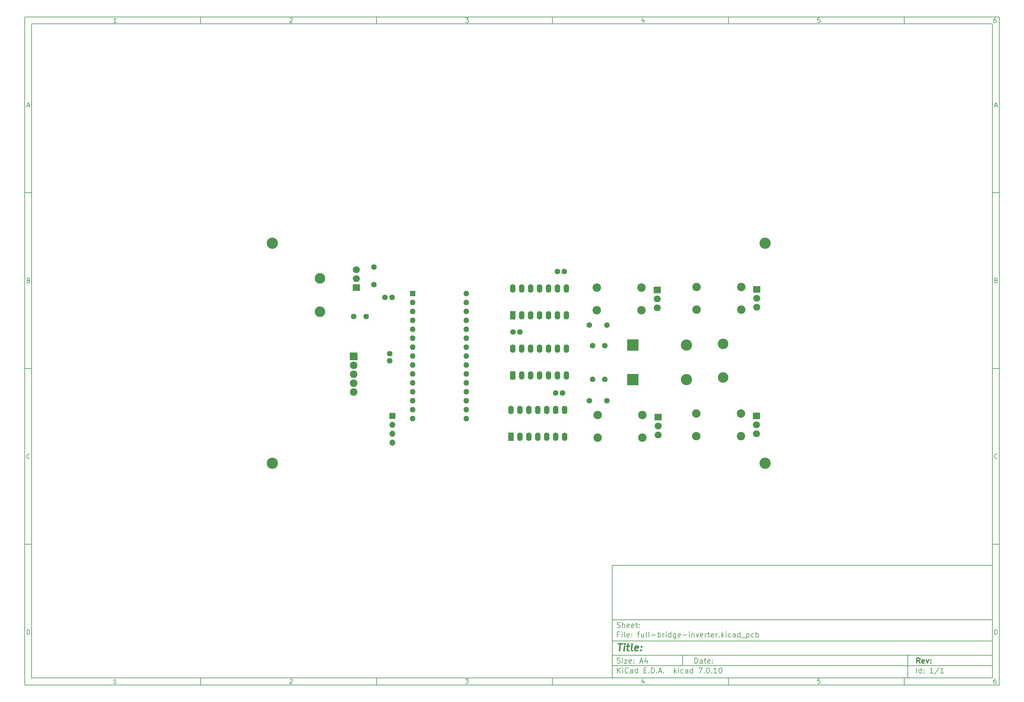
<source format=gbr>
%TF.GenerationSoftware,KiCad,Pcbnew,7.0.10*%
%TF.CreationDate,2024-06-15T06:46:59+07:00*%
%TF.ProjectId,full-bridge-inverter,66756c6c-2d62-4726-9964-67652d696e76,rev?*%
%TF.SameCoordinates,Original*%
%TF.FileFunction,Soldermask,Top*%
%TF.FilePolarity,Negative*%
%FSLAX46Y46*%
G04 Gerber Fmt 4.6, Leading zero omitted, Abs format (unit mm)*
G04 Created by KiCad (PCBNEW 7.0.10) date 2024-06-15 06:46:59*
%MOMM*%
%LPD*%
G01*
G04 APERTURE LIST*
G04 Aperture macros list*
%AMRoundRect*
0 Rectangle with rounded corners*
0 $1 Rounding radius*
0 $2 $3 $4 $5 $6 $7 $8 $9 X,Y pos of 4 corners*
0 Add a 4 corners polygon primitive as box body*
4,1,4,$2,$3,$4,$5,$6,$7,$8,$9,$2,$3,0*
0 Add four circle primitives for the rounded corners*
1,1,$1+$1,$2,$3*
1,1,$1+$1,$4,$5*
1,1,$1+$1,$6,$7*
1,1,$1+$1,$8,$9*
0 Add four rect primitives between the rounded corners*
20,1,$1+$1,$2,$3,$4,$5,0*
20,1,$1+$1,$4,$5,$6,$7,0*
20,1,$1+$1,$6,$7,$8,$9,0*
20,1,$1+$1,$8,$9,$2,$3,0*%
G04 Aperture macros list end*
%ADD10C,0.100000*%
%ADD11C,0.150000*%
%ADD12C,0.300000*%
%ADD13C,0.400000*%
%ADD14C,2.400000*%
%ADD15O,2.400000X2.400000*%
%ADD16R,2.000000X1.905000*%
%ADD17O,2.000000X1.905000*%
%ADD18C,1.600000*%
%ADD19C,3.200000*%
%ADD20R,3.200000X3.200000*%
%ADD21O,3.200000X3.200000*%
%ADD22C,3.000000*%
%ADD23C,2.134400*%
%ADD24RoundRect,0.102000X0.965200X-0.965200X0.965200X0.965200X-0.965200X0.965200X-0.965200X-0.965200X0*%
%ADD25R,1.700000X1.700000*%
%ADD26O,1.700000X1.700000*%
%ADD27R,1.600000X1.600000*%
%ADD28O,1.600000X1.600000*%
%ADD29R,1.600000X2.400000*%
%ADD30O,1.600000X2.400000*%
G04 APERTURE END LIST*
D10*
D11*
X177002200Y-166007200D02*
X285002200Y-166007200D01*
X285002200Y-198007200D01*
X177002200Y-198007200D01*
X177002200Y-166007200D01*
D10*
D11*
X10000000Y-10000000D02*
X287002200Y-10000000D01*
X287002200Y-200007200D01*
X10000000Y-200007200D01*
X10000000Y-10000000D01*
D10*
D11*
X12000000Y-12000000D02*
X285002200Y-12000000D01*
X285002200Y-198007200D01*
X12000000Y-198007200D01*
X12000000Y-12000000D01*
D10*
D11*
X60000000Y-12000000D02*
X60000000Y-10000000D01*
D10*
D11*
X110000000Y-12000000D02*
X110000000Y-10000000D01*
D10*
D11*
X160000000Y-12000000D02*
X160000000Y-10000000D01*
D10*
D11*
X210000000Y-12000000D02*
X210000000Y-10000000D01*
D10*
D11*
X260000000Y-12000000D02*
X260000000Y-10000000D01*
D10*
D11*
X36089160Y-11593604D02*
X35346303Y-11593604D01*
X35717731Y-11593604D02*
X35717731Y-10293604D01*
X35717731Y-10293604D02*
X35593922Y-10479319D01*
X35593922Y-10479319D02*
X35470112Y-10603128D01*
X35470112Y-10603128D02*
X35346303Y-10665033D01*
D10*
D11*
X85346303Y-10417414D02*
X85408207Y-10355509D01*
X85408207Y-10355509D02*
X85532017Y-10293604D01*
X85532017Y-10293604D02*
X85841541Y-10293604D01*
X85841541Y-10293604D02*
X85965350Y-10355509D01*
X85965350Y-10355509D02*
X86027255Y-10417414D01*
X86027255Y-10417414D02*
X86089160Y-10541223D01*
X86089160Y-10541223D02*
X86089160Y-10665033D01*
X86089160Y-10665033D02*
X86027255Y-10850747D01*
X86027255Y-10850747D02*
X85284398Y-11593604D01*
X85284398Y-11593604D02*
X86089160Y-11593604D01*
D10*
D11*
X135284398Y-10293604D02*
X136089160Y-10293604D01*
X136089160Y-10293604D02*
X135655826Y-10788842D01*
X135655826Y-10788842D02*
X135841541Y-10788842D01*
X135841541Y-10788842D02*
X135965350Y-10850747D01*
X135965350Y-10850747D02*
X136027255Y-10912652D01*
X136027255Y-10912652D02*
X136089160Y-11036461D01*
X136089160Y-11036461D02*
X136089160Y-11345985D01*
X136089160Y-11345985D02*
X136027255Y-11469795D01*
X136027255Y-11469795D02*
X135965350Y-11531700D01*
X135965350Y-11531700D02*
X135841541Y-11593604D01*
X135841541Y-11593604D02*
X135470112Y-11593604D01*
X135470112Y-11593604D02*
X135346303Y-11531700D01*
X135346303Y-11531700D02*
X135284398Y-11469795D01*
D10*
D11*
X185965350Y-10726938D02*
X185965350Y-11593604D01*
X185655826Y-10231700D02*
X185346303Y-11160271D01*
X185346303Y-11160271D02*
X186151064Y-11160271D01*
D10*
D11*
X236027255Y-10293604D02*
X235408207Y-10293604D01*
X235408207Y-10293604D02*
X235346303Y-10912652D01*
X235346303Y-10912652D02*
X235408207Y-10850747D01*
X235408207Y-10850747D02*
X235532017Y-10788842D01*
X235532017Y-10788842D02*
X235841541Y-10788842D01*
X235841541Y-10788842D02*
X235965350Y-10850747D01*
X235965350Y-10850747D02*
X236027255Y-10912652D01*
X236027255Y-10912652D02*
X236089160Y-11036461D01*
X236089160Y-11036461D02*
X236089160Y-11345985D01*
X236089160Y-11345985D02*
X236027255Y-11469795D01*
X236027255Y-11469795D02*
X235965350Y-11531700D01*
X235965350Y-11531700D02*
X235841541Y-11593604D01*
X235841541Y-11593604D02*
X235532017Y-11593604D01*
X235532017Y-11593604D02*
X235408207Y-11531700D01*
X235408207Y-11531700D02*
X235346303Y-11469795D01*
D10*
D11*
X285965350Y-10293604D02*
X285717731Y-10293604D01*
X285717731Y-10293604D02*
X285593922Y-10355509D01*
X285593922Y-10355509D02*
X285532017Y-10417414D01*
X285532017Y-10417414D02*
X285408207Y-10603128D01*
X285408207Y-10603128D02*
X285346303Y-10850747D01*
X285346303Y-10850747D02*
X285346303Y-11345985D01*
X285346303Y-11345985D02*
X285408207Y-11469795D01*
X285408207Y-11469795D02*
X285470112Y-11531700D01*
X285470112Y-11531700D02*
X285593922Y-11593604D01*
X285593922Y-11593604D02*
X285841541Y-11593604D01*
X285841541Y-11593604D02*
X285965350Y-11531700D01*
X285965350Y-11531700D02*
X286027255Y-11469795D01*
X286027255Y-11469795D02*
X286089160Y-11345985D01*
X286089160Y-11345985D02*
X286089160Y-11036461D01*
X286089160Y-11036461D02*
X286027255Y-10912652D01*
X286027255Y-10912652D02*
X285965350Y-10850747D01*
X285965350Y-10850747D02*
X285841541Y-10788842D01*
X285841541Y-10788842D02*
X285593922Y-10788842D01*
X285593922Y-10788842D02*
X285470112Y-10850747D01*
X285470112Y-10850747D02*
X285408207Y-10912652D01*
X285408207Y-10912652D02*
X285346303Y-11036461D01*
D10*
D11*
X60000000Y-198007200D02*
X60000000Y-200007200D01*
D10*
D11*
X110000000Y-198007200D02*
X110000000Y-200007200D01*
D10*
D11*
X160000000Y-198007200D02*
X160000000Y-200007200D01*
D10*
D11*
X210000000Y-198007200D02*
X210000000Y-200007200D01*
D10*
D11*
X260000000Y-198007200D02*
X260000000Y-200007200D01*
D10*
D11*
X36089160Y-199600804D02*
X35346303Y-199600804D01*
X35717731Y-199600804D02*
X35717731Y-198300804D01*
X35717731Y-198300804D02*
X35593922Y-198486519D01*
X35593922Y-198486519D02*
X35470112Y-198610328D01*
X35470112Y-198610328D02*
X35346303Y-198672233D01*
D10*
D11*
X85346303Y-198424614D02*
X85408207Y-198362709D01*
X85408207Y-198362709D02*
X85532017Y-198300804D01*
X85532017Y-198300804D02*
X85841541Y-198300804D01*
X85841541Y-198300804D02*
X85965350Y-198362709D01*
X85965350Y-198362709D02*
X86027255Y-198424614D01*
X86027255Y-198424614D02*
X86089160Y-198548423D01*
X86089160Y-198548423D02*
X86089160Y-198672233D01*
X86089160Y-198672233D02*
X86027255Y-198857947D01*
X86027255Y-198857947D02*
X85284398Y-199600804D01*
X85284398Y-199600804D02*
X86089160Y-199600804D01*
D10*
D11*
X135284398Y-198300804D02*
X136089160Y-198300804D01*
X136089160Y-198300804D02*
X135655826Y-198796042D01*
X135655826Y-198796042D02*
X135841541Y-198796042D01*
X135841541Y-198796042D02*
X135965350Y-198857947D01*
X135965350Y-198857947D02*
X136027255Y-198919852D01*
X136027255Y-198919852D02*
X136089160Y-199043661D01*
X136089160Y-199043661D02*
X136089160Y-199353185D01*
X136089160Y-199353185D02*
X136027255Y-199476995D01*
X136027255Y-199476995D02*
X135965350Y-199538900D01*
X135965350Y-199538900D02*
X135841541Y-199600804D01*
X135841541Y-199600804D02*
X135470112Y-199600804D01*
X135470112Y-199600804D02*
X135346303Y-199538900D01*
X135346303Y-199538900D02*
X135284398Y-199476995D01*
D10*
D11*
X185965350Y-198734138D02*
X185965350Y-199600804D01*
X185655826Y-198238900D02*
X185346303Y-199167471D01*
X185346303Y-199167471D02*
X186151064Y-199167471D01*
D10*
D11*
X236027255Y-198300804D02*
X235408207Y-198300804D01*
X235408207Y-198300804D02*
X235346303Y-198919852D01*
X235346303Y-198919852D02*
X235408207Y-198857947D01*
X235408207Y-198857947D02*
X235532017Y-198796042D01*
X235532017Y-198796042D02*
X235841541Y-198796042D01*
X235841541Y-198796042D02*
X235965350Y-198857947D01*
X235965350Y-198857947D02*
X236027255Y-198919852D01*
X236027255Y-198919852D02*
X236089160Y-199043661D01*
X236089160Y-199043661D02*
X236089160Y-199353185D01*
X236089160Y-199353185D02*
X236027255Y-199476995D01*
X236027255Y-199476995D02*
X235965350Y-199538900D01*
X235965350Y-199538900D02*
X235841541Y-199600804D01*
X235841541Y-199600804D02*
X235532017Y-199600804D01*
X235532017Y-199600804D02*
X235408207Y-199538900D01*
X235408207Y-199538900D02*
X235346303Y-199476995D01*
D10*
D11*
X285965350Y-198300804D02*
X285717731Y-198300804D01*
X285717731Y-198300804D02*
X285593922Y-198362709D01*
X285593922Y-198362709D02*
X285532017Y-198424614D01*
X285532017Y-198424614D02*
X285408207Y-198610328D01*
X285408207Y-198610328D02*
X285346303Y-198857947D01*
X285346303Y-198857947D02*
X285346303Y-199353185D01*
X285346303Y-199353185D02*
X285408207Y-199476995D01*
X285408207Y-199476995D02*
X285470112Y-199538900D01*
X285470112Y-199538900D02*
X285593922Y-199600804D01*
X285593922Y-199600804D02*
X285841541Y-199600804D01*
X285841541Y-199600804D02*
X285965350Y-199538900D01*
X285965350Y-199538900D02*
X286027255Y-199476995D01*
X286027255Y-199476995D02*
X286089160Y-199353185D01*
X286089160Y-199353185D02*
X286089160Y-199043661D01*
X286089160Y-199043661D02*
X286027255Y-198919852D01*
X286027255Y-198919852D02*
X285965350Y-198857947D01*
X285965350Y-198857947D02*
X285841541Y-198796042D01*
X285841541Y-198796042D02*
X285593922Y-198796042D01*
X285593922Y-198796042D02*
X285470112Y-198857947D01*
X285470112Y-198857947D02*
X285408207Y-198919852D01*
X285408207Y-198919852D02*
X285346303Y-199043661D01*
D10*
D11*
X10000000Y-60000000D02*
X12000000Y-60000000D01*
D10*
D11*
X10000000Y-110000000D02*
X12000000Y-110000000D01*
D10*
D11*
X10000000Y-160000000D02*
X12000000Y-160000000D01*
D10*
D11*
X10690476Y-35222176D02*
X11309523Y-35222176D01*
X10566666Y-35593604D02*
X10999999Y-34293604D01*
X10999999Y-34293604D02*
X11433333Y-35593604D01*
D10*
D11*
X11092857Y-84912652D02*
X11278571Y-84974557D01*
X11278571Y-84974557D02*
X11340476Y-85036461D01*
X11340476Y-85036461D02*
X11402380Y-85160271D01*
X11402380Y-85160271D02*
X11402380Y-85345985D01*
X11402380Y-85345985D02*
X11340476Y-85469795D01*
X11340476Y-85469795D02*
X11278571Y-85531700D01*
X11278571Y-85531700D02*
X11154761Y-85593604D01*
X11154761Y-85593604D02*
X10659523Y-85593604D01*
X10659523Y-85593604D02*
X10659523Y-84293604D01*
X10659523Y-84293604D02*
X11092857Y-84293604D01*
X11092857Y-84293604D02*
X11216666Y-84355509D01*
X11216666Y-84355509D02*
X11278571Y-84417414D01*
X11278571Y-84417414D02*
X11340476Y-84541223D01*
X11340476Y-84541223D02*
X11340476Y-84665033D01*
X11340476Y-84665033D02*
X11278571Y-84788842D01*
X11278571Y-84788842D02*
X11216666Y-84850747D01*
X11216666Y-84850747D02*
X11092857Y-84912652D01*
X11092857Y-84912652D02*
X10659523Y-84912652D01*
D10*
D11*
X11402380Y-135469795D02*
X11340476Y-135531700D01*
X11340476Y-135531700D02*
X11154761Y-135593604D01*
X11154761Y-135593604D02*
X11030952Y-135593604D01*
X11030952Y-135593604D02*
X10845238Y-135531700D01*
X10845238Y-135531700D02*
X10721428Y-135407890D01*
X10721428Y-135407890D02*
X10659523Y-135284080D01*
X10659523Y-135284080D02*
X10597619Y-135036461D01*
X10597619Y-135036461D02*
X10597619Y-134850747D01*
X10597619Y-134850747D02*
X10659523Y-134603128D01*
X10659523Y-134603128D02*
X10721428Y-134479319D01*
X10721428Y-134479319D02*
X10845238Y-134355509D01*
X10845238Y-134355509D02*
X11030952Y-134293604D01*
X11030952Y-134293604D02*
X11154761Y-134293604D01*
X11154761Y-134293604D02*
X11340476Y-134355509D01*
X11340476Y-134355509D02*
X11402380Y-134417414D01*
D10*
D11*
X10659523Y-185593604D02*
X10659523Y-184293604D01*
X10659523Y-184293604D02*
X10969047Y-184293604D01*
X10969047Y-184293604D02*
X11154761Y-184355509D01*
X11154761Y-184355509D02*
X11278571Y-184479319D01*
X11278571Y-184479319D02*
X11340476Y-184603128D01*
X11340476Y-184603128D02*
X11402380Y-184850747D01*
X11402380Y-184850747D02*
X11402380Y-185036461D01*
X11402380Y-185036461D02*
X11340476Y-185284080D01*
X11340476Y-185284080D02*
X11278571Y-185407890D01*
X11278571Y-185407890D02*
X11154761Y-185531700D01*
X11154761Y-185531700D02*
X10969047Y-185593604D01*
X10969047Y-185593604D02*
X10659523Y-185593604D01*
D10*
D11*
X287002200Y-60000000D02*
X285002200Y-60000000D01*
D10*
D11*
X287002200Y-110000000D02*
X285002200Y-110000000D01*
D10*
D11*
X287002200Y-160000000D02*
X285002200Y-160000000D01*
D10*
D11*
X285692676Y-35222176D02*
X286311723Y-35222176D01*
X285568866Y-35593604D02*
X286002199Y-34293604D01*
X286002199Y-34293604D02*
X286435533Y-35593604D01*
D10*
D11*
X286095057Y-84912652D02*
X286280771Y-84974557D01*
X286280771Y-84974557D02*
X286342676Y-85036461D01*
X286342676Y-85036461D02*
X286404580Y-85160271D01*
X286404580Y-85160271D02*
X286404580Y-85345985D01*
X286404580Y-85345985D02*
X286342676Y-85469795D01*
X286342676Y-85469795D02*
X286280771Y-85531700D01*
X286280771Y-85531700D02*
X286156961Y-85593604D01*
X286156961Y-85593604D02*
X285661723Y-85593604D01*
X285661723Y-85593604D02*
X285661723Y-84293604D01*
X285661723Y-84293604D02*
X286095057Y-84293604D01*
X286095057Y-84293604D02*
X286218866Y-84355509D01*
X286218866Y-84355509D02*
X286280771Y-84417414D01*
X286280771Y-84417414D02*
X286342676Y-84541223D01*
X286342676Y-84541223D02*
X286342676Y-84665033D01*
X286342676Y-84665033D02*
X286280771Y-84788842D01*
X286280771Y-84788842D02*
X286218866Y-84850747D01*
X286218866Y-84850747D02*
X286095057Y-84912652D01*
X286095057Y-84912652D02*
X285661723Y-84912652D01*
D10*
D11*
X286404580Y-135469795D02*
X286342676Y-135531700D01*
X286342676Y-135531700D02*
X286156961Y-135593604D01*
X286156961Y-135593604D02*
X286033152Y-135593604D01*
X286033152Y-135593604D02*
X285847438Y-135531700D01*
X285847438Y-135531700D02*
X285723628Y-135407890D01*
X285723628Y-135407890D02*
X285661723Y-135284080D01*
X285661723Y-135284080D02*
X285599819Y-135036461D01*
X285599819Y-135036461D02*
X285599819Y-134850747D01*
X285599819Y-134850747D02*
X285661723Y-134603128D01*
X285661723Y-134603128D02*
X285723628Y-134479319D01*
X285723628Y-134479319D02*
X285847438Y-134355509D01*
X285847438Y-134355509D02*
X286033152Y-134293604D01*
X286033152Y-134293604D02*
X286156961Y-134293604D01*
X286156961Y-134293604D02*
X286342676Y-134355509D01*
X286342676Y-134355509D02*
X286404580Y-134417414D01*
D10*
D11*
X285661723Y-185593604D02*
X285661723Y-184293604D01*
X285661723Y-184293604D02*
X285971247Y-184293604D01*
X285971247Y-184293604D02*
X286156961Y-184355509D01*
X286156961Y-184355509D02*
X286280771Y-184479319D01*
X286280771Y-184479319D02*
X286342676Y-184603128D01*
X286342676Y-184603128D02*
X286404580Y-184850747D01*
X286404580Y-184850747D02*
X286404580Y-185036461D01*
X286404580Y-185036461D02*
X286342676Y-185284080D01*
X286342676Y-185284080D02*
X286280771Y-185407890D01*
X286280771Y-185407890D02*
X286156961Y-185531700D01*
X286156961Y-185531700D02*
X285971247Y-185593604D01*
X285971247Y-185593604D02*
X285661723Y-185593604D01*
D10*
D11*
X200458026Y-193793328D02*
X200458026Y-192293328D01*
X200458026Y-192293328D02*
X200815169Y-192293328D01*
X200815169Y-192293328D02*
X201029455Y-192364757D01*
X201029455Y-192364757D02*
X201172312Y-192507614D01*
X201172312Y-192507614D02*
X201243741Y-192650471D01*
X201243741Y-192650471D02*
X201315169Y-192936185D01*
X201315169Y-192936185D02*
X201315169Y-193150471D01*
X201315169Y-193150471D02*
X201243741Y-193436185D01*
X201243741Y-193436185D02*
X201172312Y-193579042D01*
X201172312Y-193579042D02*
X201029455Y-193721900D01*
X201029455Y-193721900D02*
X200815169Y-193793328D01*
X200815169Y-193793328D02*
X200458026Y-193793328D01*
X202600884Y-193793328D02*
X202600884Y-193007614D01*
X202600884Y-193007614D02*
X202529455Y-192864757D01*
X202529455Y-192864757D02*
X202386598Y-192793328D01*
X202386598Y-192793328D02*
X202100884Y-192793328D01*
X202100884Y-192793328D02*
X201958026Y-192864757D01*
X202600884Y-193721900D02*
X202458026Y-193793328D01*
X202458026Y-193793328D02*
X202100884Y-193793328D01*
X202100884Y-193793328D02*
X201958026Y-193721900D01*
X201958026Y-193721900D02*
X201886598Y-193579042D01*
X201886598Y-193579042D02*
X201886598Y-193436185D01*
X201886598Y-193436185D02*
X201958026Y-193293328D01*
X201958026Y-193293328D02*
X202100884Y-193221900D01*
X202100884Y-193221900D02*
X202458026Y-193221900D01*
X202458026Y-193221900D02*
X202600884Y-193150471D01*
X203100884Y-192793328D02*
X203672312Y-192793328D01*
X203315169Y-192293328D02*
X203315169Y-193579042D01*
X203315169Y-193579042D02*
X203386598Y-193721900D01*
X203386598Y-193721900D02*
X203529455Y-193793328D01*
X203529455Y-193793328D02*
X203672312Y-193793328D01*
X204743741Y-193721900D02*
X204600884Y-193793328D01*
X204600884Y-193793328D02*
X204315170Y-193793328D01*
X204315170Y-193793328D02*
X204172312Y-193721900D01*
X204172312Y-193721900D02*
X204100884Y-193579042D01*
X204100884Y-193579042D02*
X204100884Y-193007614D01*
X204100884Y-193007614D02*
X204172312Y-192864757D01*
X204172312Y-192864757D02*
X204315170Y-192793328D01*
X204315170Y-192793328D02*
X204600884Y-192793328D01*
X204600884Y-192793328D02*
X204743741Y-192864757D01*
X204743741Y-192864757D02*
X204815170Y-193007614D01*
X204815170Y-193007614D02*
X204815170Y-193150471D01*
X204815170Y-193150471D02*
X204100884Y-193293328D01*
X205458026Y-193650471D02*
X205529455Y-193721900D01*
X205529455Y-193721900D02*
X205458026Y-193793328D01*
X205458026Y-193793328D02*
X205386598Y-193721900D01*
X205386598Y-193721900D02*
X205458026Y-193650471D01*
X205458026Y-193650471D02*
X205458026Y-193793328D01*
X205458026Y-192864757D02*
X205529455Y-192936185D01*
X205529455Y-192936185D02*
X205458026Y-193007614D01*
X205458026Y-193007614D02*
X205386598Y-192936185D01*
X205386598Y-192936185D02*
X205458026Y-192864757D01*
X205458026Y-192864757D02*
X205458026Y-193007614D01*
D10*
D11*
X177002200Y-194507200D02*
X285002200Y-194507200D01*
D10*
D11*
X178458026Y-196593328D02*
X178458026Y-195093328D01*
X179315169Y-196593328D02*
X178672312Y-195736185D01*
X179315169Y-195093328D02*
X178458026Y-195950471D01*
X179958026Y-196593328D02*
X179958026Y-195593328D01*
X179958026Y-195093328D02*
X179886598Y-195164757D01*
X179886598Y-195164757D02*
X179958026Y-195236185D01*
X179958026Y-195236185D02*
X180029455Y-195164757D01*
X180029455Y-195164757D02*
X179958026Y-195093328D01*
X179958026Y-195093328D02*
X179958026Y-195236185D01*
X181529455Y-196450471D02*
X181458027Y-196521900D01*
X181458027Y-196521900D02*
X181243741Y-196593328D01*
X181243741Y-196593328D02*
X181100884Y-196593328D01*
X181100884Y-196593328D02*
X180886598Y-196521900D01*
X180886598Y-196521900D02*
X180743741Y-196379042D01*
X180743741Y-196379042D02*
X180672312Y-196236185D01*
X180672312Y-196236185D02*
X180600884Y-195950471D01*
X180600884Y-195950471D02*
X180600884Y-195736185D01*
X180600884Y-195736185D02*
X180672312Y-195450471D01*
X180672312Y-195450471D02*
X180743741Y-195307614D01*
X180743741Y-195307614D02*
X180886598Y-195164757D01*
X180886598Y-195164757D02*
X181100884Y-195093328D01*
X181100884Y-195093328D02*
X181243741Y-195093328D01*
X181243741Y-195093328D02*
X181458027Y-195164757D01*
X181458027Y-195164757D02*
X181529455Y-195236185D01*
X182815170Y-196593328D02*
X182815170Y-195807614D01*
X182815170Y-195807614D02*
X182743741Y-195664757D01*
X182743741Y-195664757D02*
X182600884Y-195593328D01*
X182600884Y-195593328D02*
X182315170Y-195593328D01*
X182315170Y-195593328D02*
X182172312Y-195664757D01*
X182815170Y-196521900D02*
X182672312Y-196593328D01*
X182672312Y-196593328D02*
X182315170Y-196593328D01*
X182315170Y-196593328D02*
X182172312Y-196521900D01*
X182172312Y-196521900D02*
X182100884Y-196379042D01*
X182100884Y-196379042D02*
X182100884Y-196236185D01*
X182100884Y-196236185D02*
X182172312Y-196093328D01*
X182172312Y-196093328D02*
X182315170Y-196021900D01*
X182315170Y-196021900D02*
X182672312Y-196021900D01*
X182672312Y-196021900D02*
X182815170Y-195950471D01*
X184172313Y-196593328D02*
X184172313Y-195093328D01*
X184172313Y-196521900D02*
X184029455Y-196593328D01*
X184029455Y-196593328D02*
X183743741Y-196593328D01*
X183743741Y-196593328D02*
X183600884Y-196521900D01*
X183600884Y-196521900D02*
X183529455Y-196450471D01*
X183529455Y-196450471D02*
X183458027Y-196307614D01*
X183458027Y-196307614D02*
X183458027Y-195879042D01*
X183458027Y-195879042D02*
X183529455Y-195736185D01*
X183529455Y-195736185D02*
X183600884Y-195664757D01*
X183600884Y-195664757D02*
X183743741Y-195593328D01*
X183743741Y-195593328D02*
X184029455Y-195593328D01*
X184029455Y-195593328D02*
X184172313Y-195664757D01*
X186029455Y-195807614D02*
X186529455Y-195807614D01*
X186743741Y-196593328D02*
X186029455Y-196593328D01*
X186029455Y-196593328D02*
X186029455Y-195093328D01*
X186029455Y-195093328D02*
X186743741Y-195093328D01*
X187386598Y-196450471D02*
X187458027Y-196521900D01*
X187458027Y-196521900D02*
X187386598Y-196593328D01*
X187386598Y-196593328D02*
X187315170Y-196521900D01*
X187315170Y-196521900D02*
X187386598Y-196450471D01*
X187386598Y-196450471D02*
X187386598Y-196593328D01*
X188100884Y-196593328D02*
X188100884Y-195093328D01*
X188100884Y-195093328D02*
X188458027Y-195093328D01*
X188458027Y-195093328D02*
X188672313Y-195164757D01*
X188672313Y-195164757D02*
X188815170Y-195307614D01*
X188815170Y-195307614D02*
X188886599Y-195450471D01*
X188886599Y-195450471D02*
X188958027Y-195736185D01*
X188958027Y-195736185D02*
X188958027Y-195950471D01*
X188958027Y-195950471D02*
X188886599Y-196236185D01*
X188886599Y-196236185D02*
X188815170Y-196379042D01*
X188815170Y-196379042D02*
X188672313Y-196521900D01*
X188672313Y-196521900D02*
X188458027Y-196593328D01*
X188458027Y-196593328D02*
X188100884Y-196593328D01*
X189600884Y-196450471D02*
X189672313Y-196521900D01*
X189672313Y-196521900D02*
X189600884Y-196593328D01*
X189600884Y-196593328D02*
X189529456Y-196521900D01*
X189529456Y-196521900D02*
X189600884Y-196450471D01*
X189600884Y-196450471D02*
X189600884Y-196593328D01*
X190243742Y-196164757D02*
X190958028Y-196164757D01*
X190100885Y-196593328D02*
X190600885Y-195093328D01*
X190600885Y-195093328D02*
X191100885Y-196593328D01*
X191600884Y-196450471D02*
X191672313Y-196521900D01*
X191672313Y-196521900D02*
X191600884Y-196593328D01*
X191600884Y-196593328D02*
X191529456Y-196521900D01*
X191529456Y-196521900D02*
X191600884Y-196450471D01*
X191600884Y-196450471D02*
X191600884Y-196593328D01*
X194600884Y-196593328D02*
X194600884Y-195093328D01*
X194743742Y-196021900D02*
X195172313Y-196593328D01*
X195172313Y-195593328D02*
X194600884Y-196164757D01*
X195815170Y-196593328D02*
X195815170Y-195593328D01*
X195815170Y-195093328D02*
X195743742Y-195164757D01*
X195743742Y-195164757D02*
X195815170Y-195236185D01*
X195815170Y-195236185D02*
X195886599Y-195164757D01*
X195886599Y-195164757D02*
X195815170Y-195093328D01*
X195815170Y-195093328D02*
X195815170Y-195236185D01*
X197172314Y-196521900D02*
X197029456Y-196593328D01*
X197029456Y-196593328D02*
X196743742Y-196593328D01*
X196743742Y-196593328D02*
X196600885Y-196521900D01*
X196600885Y-196521900D02*
X196529456Y-196450471D01*
X196529456Y-196450471D02*
X196458028Y-196307614D01*
X196458028Y-196307614D02*
X196458028Y-195879042D01*
X196458028Y-195879042D02*
X196529456Y-195736185D01*
X196529456Y-195736185D02*
X196600885Y-195664757D01*
X196600885Y-195664757D02*
X196743742Y-195593328D01*
X196743742Y-195593328D02*
X197029456Y-195593328D01*
X197029456Y-195593328D02*
X197172314Y-195664757D01*
X198458028Y-196593328D02*
X198458028Y-195807614D01*
X198458028Y-195807614D02*
X198386599Y-195664757D01*
X198386599Y-195664757D02*
X198243742Y-195593328D01*
X198243742Y-195593328D02*
X197958028Y-195593328D01*
X197958028Y-195593328D02*
X197815170Y-195664757D01*
X198458028Y-196521900D02*
X198315170Y-196593328D01*
X198315170Y-196593328D02*
X197958028Y-196593328D01*
X197958028Y-196593328D02*
X197815170Y-196521900D01*
X197815170Y-196521900D02*
X197743742Y-196379042D01*
X197743742Y-196379042D02*
X197743742Y-196236185D01*
X197743742Y-196236185D02*
X197815170Y-196093328D01*
X197815170Y-196093328D02*
X197958028Y-196021900D01*
X197958028Y-196021900D02*
X198315170Y-196021900D01*
X198315170Y-196021900D02*
X198458028Y-195950471D01*
X199815171Y-196593328D02*
X199815171Y-195093328D01*
X199815171Y-196521900D02*
X199672313Y-196593328D01*
X199672313Y-196593328D02*
X199386599Y-196593328D01*
X199386599Y-196593328D02*
X199243742Y-196521900D01*
X199243742Y-196521900D02*
X199172313Y-196450471D01*
X199172313Y-196450471D02*
X199100885Y-196307614D01*
X199100885Y-196307614D02*
X199100885Y-195879042D01*
X199100885Y-195879042D02*
X199172313Y-195736185D01*
X199172313Y-195736185D02*
X199243742Y-195664757D01*
X199243742Y-195664757D02*
X199386599Y-195593328D01*
X199386599Y-195593328D02*
X199672313Y-195593328D01*
X199672313Y-195593328D02*
X199815171Y-195664757D01*
X201529456Y-195093328D02*
X202529456Y-195093328D01*
X202529456Y-195093328D02*
X201886599Y-196593328D01*
X203100884Y-196450471D02*
X203172313Y-196521900D01*
X203172313Y-196521900D02*
X203100884Y-196593328D01*
X203100884Y-196593328D02*
X203029456Y-196521900D01*
X203029456Y-196521900D02*
X203100884Y-196450471D01*
X203100884Y-196450471D02*
X203100884Y-196593328D01*
X204100885Y-195093328D02*
X204243742Y-195093328D01*
X204243742Y-195093328D02*
X204386599Y-195164757D01*
X204386599Y-195164757D02*
X204458028Y-195236185D01*
X204458028Y-195236185D02*
X204529456Y-195379042D01*
X204529456Y-195379042D02*
X204600885Y-195664757D01*
X204600885Y-195664757D02*
X204600885Y-196021900D01*
X204600885Y-196021900D02*
X204529456Y-196307614D01*
X204529456Y-196307614D02*
X204458028Y-196450471D01*
X204458028Y-196450471D02*
X204386599Y-196521900D01*
X204386599Y-196521900D02*
X204243742Y-196593328D01*
X204243742Y-196593328D02*
X204100885Y-196593328D01*
X204100885Y-196593328D02*
X203958028Y-196521900D01*
X203958028Y-196521900D02*
X203886599Y-196450471D01*
X203886599Y-196450471D02*
X203815170Y-196307614D01*
X203815170Y-196307614D02*
X203743742Y-196021900D01*
X203743742Y-196021900D02*
X203743742Y-195664757D01*
X203743742Y-195664757D02*
X203815170Y-195379042D01*
X203815170Y-195379042D02*
X203886599Y-195236185D01*
X203886599Y-195236185D02*
X203958028Y-195164757D01*
X203958028Y-195164757D02*
X204100885Y-195093328D01*
X205243741Y-196450471D02*
X205315170Y-196521900D01*
X205315170Y-196521900D02*
X205243741Y-196593328D01*
X205243741Y-196593328D02*
X205172313Y-196521900D01*
X205172313Y-196521900D02*
X205243741Y-196450471D01*
X205243741Y-196450471D02*
X205243741Y-196593328D01*
X206743742Y-196593328D02*
X205886599Y-196593328D01*
X206315170Y-196593328D02*
X206315170Y-195093328D01*
X206315170Y-195093328D02*
X206172313Y-195307614D01*
X206172313Y-195307614D02*
X206029456Y-195450471D01*
X206029456Y-195450471D02*
X205886599Y-195521900D01*
X207672313Y-195093328D02*
X207815170Y-195093328D01*
X207815170Y-195093328D02*
X207958027Y-195164757D01*
X207958027Y-195164757D02*
X208029456Y-195236185D01*
X208029456Y-195236185D02*
X208100884Y-195379042D01*
X208100884Y-195379042D02*
X208172313Y-195664757D01*
X208172313Y-195664757D02*
X208172313Y-196021900D01*
X208172313Y-196021900D02*
X208100884Y-196307614D01*
X208100884Y-196307614D02*
X208029456Y-196450471D01*
X208029456Y-196450471D02*
X207958027Y-196521900D01*
X207958027Y-196521900D02*
X207815170Y-196593328D01*
X207815170Y-196593328D02*
X207672313Y-196593328D01*
X207672313Y-196593328D02*
X207529456Y-196521900D01*
X207529456Y-196521900D02*
X207458027Y-196450471D01*
X207458027Y-196450471D02*
X207386598Y-196307614D01*
X207386598Y-196307614D02*
X207315170Y-196021900D01*
X207315170Y-196021900D02*
X207315170Y-195664757D01*
X207315170Y-195664757D02*
X207386598Y-195379042D01*
X207386598Y-195379042D02*
X207458027Y-195236185D01*
X207458027Y-195236185D02*
X207529456Y-195164757D01*
X207529456Y-195164757D02*
X207672313Y-195093328D01*
D10*
D11*
X177002200Y-191507200D02*
X285002200Y-191507200D01*
D10*
D12*
X264413853Y-193785528D02*
X263913853Y-193071242D01*
X263556710Y-193785528D02*
X263556710Y-192285528D01*
X263556710Y-192285528D02*
X264128139Y-192285528D01*
X264128139Y-192285528D02*
X264270996Y-192356957D01*
X264270996Y-192356957D02*
X264342425Y-192428385D01*
X264342425Y-192428385D02*
X264413853Y-192571242D01*
X264413853Y-192571242D02*
X264413853Y-192785528D01*
X264413853Y-192785528D02*
X264342425Y-192928385D01*
X264342425Y-192928385D02*
X264270996Y-192999814D01*
X264270996Y-192999814D02*
X264128139Y-193071242D01*
X264128139Y-193071242D02*
X263556710Y-193071242D01*
X265628139Y-193714100D02*
X265485282Y-193785528D01*
X265485282Y-193785528D02*
X265199568Y-193785528D01*
X265199568Y-193785528D02*
X265056710Y-193714100D01*
X265056710Y-193714100D02*
X264985282Y-193571242D01*
X264985282Y-193571242D02*
X264985282Y-192999814D01*
X264985282Y-192999814D02*
X265056710Y-192856957D01*
X265056710Y-192856957D02*
X265199568Y-192785528D01*
X265199568Y-192785528D02*
X265485282Y-192785528D01*
X265485282Y-192785528D02*
X265628139Y-192856957D01*
X265628139Y-192856957D02*
X265699568Y-192999814D01*
X265699568Y-192999814D02*
X265699568Y-193142671D01*
X265699568Y-193142671D02*
X264985282Y-193285528D01*
X266199567Y-192785528D02*
X266556710Y-193785528D01*
X266556710Y-193785528D02*
X266913853Y-192785528D01*
X267485281Y-193642671D02*
X267556710Y-193714100D01*
X267556710Y-193714100D02*
X267485281Y-193785528D01*
X267485281Y-193785528D02*
X267413853Y-193714100D01*
X267413853Y-193714100D02*
X267485281Y-193642671D01*
X267485281Y-193642671D02*
X267485281Y-193785528D01*
X267485281Y-192856957D02*
X267556710Y-192928385D01*
X267556710Y-192928385D02*
X267485281Y-192999814D01*
X267485281Y-192999814D02*
X267413853Y-192928385D01*
X267413853Y-192928385D02*
X267485281Y-192856957D01*
X267485281Y-192856957D02*
X267485281Y-192999814D01*
D10*
D11*
X178386598Y-193721900D02*
X178600884Y-193793328D01*
X178600884Y-193793328D02*
X178958026Y-193793328D01*
X178958026Y-193793328D02*
X179100884Y-193721900D01*
X179100884Y-193721900D02*
X179172312Y-193650471D01*
X179172312Y-193650471D02*
X179243741Y-193507614D01*
X179243741Y-193507614D02*
X179243741Y-193364757D01*
X179243741Y-193364757D02*
X179172312Y-193221900D01*
X179172312Y-193221900D02*
X179100884Y-193150471D01*
X179100884Y-193150471D02*
X178958026Y-193079042D01*
X178958026Y-193079042D02*
X178672312Y-193007614D01*
X178672312Y-193007614D02*
X178529455Y-192936185D01*
X178529455Y-192936185D02*
X178458026Y-192864757D01*
X178458026Y-192864757D02*
X178386598Y-192721900D01*
X178386598Y-192721900D02*
X178386598Y-192579042D01*
X178386598Y-192579042D02*
X178458026Y-192436185D01*
X178458026Y-192436185D02*
X178529455Y-192364757D01*
X178529455Y-192364757D02*
X178672312Y-192293328D01*
X178672312Y-192293328D02*
X179029455Y-192293328D01*
X179029455Y-192293328D02*
X179243741Y-192364757D01*
X179886597Y-193793328D02*
X179886597Y-192793328D01*
X179886597Y-192293328D02*
X179815169Y-192364757D01*
X179815169Y-192364757D02*
X179886597Y-192436185D01*
X179886597Y-192436185D02*
X179958026Y-192364757D01*
X179958026Y-192364757D02*
X179886597Y-192293328D01*
X179886597Y-192293328D02*
X179886597Y-192436185D01*
X180458026Y-192793328D02*
X181243741Y-192793328D01*
X181243741Y-192793328D02*
X180458026Y-193793328D01*
X180458026Y-193793328D02*
X181243741Y-193793328D01*
X182386598Y-193721900D02*
X182243741Y-193793328D01*
X182243741Y-193793328D02*
X181958027Y-193793328D01*
X181958027Y-193793328D02*
X181815169Y-193721900D01*
X181815169Y-193721900D02*
X181743741Y-193579042D01*
X181743741Y-193579042D02*
X181743741Y-193007614D01*
X181743741Y-193007614D02*
X181815169Y-192864757D01*
X181815169Y-192864757D02*
X181958027Y-192793328D01*
X181958027Y-192793328D02*
X182243741Y-192793328D01*
X182243741Y-192793328D02*
X182386598Y-192864757D01*
X182386598Y-192864757D02*
X182458027Y-193007614D01*
X182458027Y-193007614D02*
X182458027Y-193150471D01*
X182458027Y-193150471D02*
X181743741Y-193293328D01*
X183100883Y-193650471D02*
X183172312Y-193721900D01*
X183172312Y-193721900D02*
X183100883Y-193793328D01*
X183100883Y-193793328D02*
X183029455Y-193721900D01*
X183029455Y-193721900D02*
X183100883Y-193650471D01*
X183100883Y-193650471D02*
X183100883Y-193793328D01*
X183100883Y-192864757D02*
X183172312Y-192936185D01*
X183172312Y-192936185D02*
X183100883Y-193007614D01*
X183100883Y-193007614D02*
X183029455Y-192936185D01*
X183029455Y-192936185D02*
X183100883Y-192864757D01*
X183100883Y-192864757D02*
X183100883Y-193007614D01*
X184886598Y-193364757D02*
X185600884Y-193364757D01*
X184743741Y-193793328D02*
X185243741Y-192293328D01*
X185243741Y-192293328D02*
X185743741Y-193793328D01*
X186886598Y-192793328D02*
X186886598Y-193793328D01*
X186529455Y-192221900D02*
X186172312Y-193293328D01*
X186172312Y-193293328D02*
X187100883Y-193293328D01*
D10*
D11*
X263458026Y-196593328D02*
X263458026Y-195093328D01*
X264815170Y-196593328D02*
X264815170Y-195093328D01*
X264815170Y-196521900D02*
X264672312Y-196593328D01*
X264672312Y-196593328D02*
X264386598Y-196593328D01*
X264386598Y-196593328D02*
X264243741Y-196521900D01*
X264243741Y-196521900D02*
X264172312Y-196450471D01*
X264172312Y-196450471D02*
X264100884Y-196307614D01*
X264100884Y-196307614D02*
X264100884Y-195879042D01*
X264100884Y-195879042D02*
X264172312Y-195736185D01*
X264172312Y-195736185D02*
X264243741Y-195664757D01*
X264243741Y-195664757D02*
X264386598Y-195593328D01*
X264386598Y-195593328D02*
X264672312Y-195593328D01*
X264672312Y-195593328D02*
X264815170Y-195664757D01*
X265529455Y-196450471D02*
X265600884Y-196521900D01*
X265600884Y-196521900D02*
X265529455Y-196593328D01*
X265529455Y-196593328D02*
X265458027Y-196521900D01*
X265458027Y-196521900D02*
X265529455Y-196450471D01*
X265529455Y-196450471D02*
X265529455Y-196593328D01*
X265529455Y-195664757D02*
X265600884Y-195736185D01*
X265600884Y-195736185D02*
X265529455Y-195807614D01*
X265529455Y-195807614D02*
X265458027Y-195736185D01*
X265458027Y-195736185D02*
X265529455Y-195664757D01*
X265529455Y-195664757D02*
X265529455Y-195807614D01*
X268172313Y-196593328D02*
X267315170Y-196593328D01*
X267743741Y-196593328D02*
X267743741Y-195093328D01*
X267743741Y-195093328D02*
X267600884Y-195307614D01*
X267600884Y-195307614D02*
X267458027Y-195450471D01*
X267458027Y-195450471D02*
X267315170Y-195521900D01*
X269886598Y-195021900D02*
X268600884Y-196950471D01*
X271172313Y-196593328D02*
X270315170Y-196593328D01*
X270743741Y-196593328D02*
X270743741Y-195093328D01*
X270743741Y-195093328D02*
X270600884Y-195307614D01*
X270600884Y-195307614D02*
X270458027Y-195450471D01*
X270458027Y-195450471D02*
X270315170Y-195521900D01*
D10*
D11*
X177002200Y-187507200D02*
X285002200Y-187507200D01*
D10*
D13*
X178693928Y-188211638D02*
X179836785Y-188211638D01*
X179015357Y-190211638D02*
X179265357Y-188211638D01*
X180253452Y-190211638D02*
X180420119Y-188878304D01*
X180503452Y-188211638D02*
X180396309Y-188306876D01*
X180396309Y-188306876D02*
X180479643Y-188402114D01*
X180479643Y-188402114D02*
X180586786Y-188306876D01*
X180586786Y-188306876D02*
X180503452Y-188211638D01*
X180503452Y-188211638D02*
X180479643Y-188402114D01*
X181086786Y-188878304D02*
X181848690Y-188878304D01*
X181455833Y-188211638D02*
X181241548Y-189925923D01*
X181241548Y-189925923D02*
X181312976Y-190116400D01*
X181312976Y-190116400D02*
X181491548Y-190211638D01*
X181491548Y-190211638D02*
X181682024Y-190211638D01*
X182634405Y-190211638D02*
X182455833Y-190116400D01*
X182455833Y-190116400D02*
X182384405Y-189925923D01*
X182384405Y-189925923D02*
X182598690Y-188211638D01*
X184170119Y-190116400D02*
X183967738Y-190211638D01*
X183967738Y-190211638D02*
X183586785Y-190211638D01*
X183586785Y-190211638D02*
X183408214Y-190116400D01*
X183408214Y-190116400D02*
X183336785Y-189925923D01*
X183336785Y-189925923D02*
X183432024Y-189164019D01*
X183432024Y-189164019D02*
X183551071Y-188973542D01*
X183551071Y-188973542D02*
X183753452Y-188878304D01*
X183753452Y-188878304D02*
X184134404Y-188878304D01*
X184134404Y-188878304D02*
X184312976Y-188973542D01*
X184312976Y-188973542D02*
X184384404Y-189164019D01*
X184384404Y-189164019D02*
X184360595Y-189354495D01*
X184360595Y-189354495D02*
X183384404Y-189544971D01*
X185134405Y-190021161D02*
X185217738Y-190116400D01*
X185217738Y-190116400D02*
X185110595Y-190211638D01*
X185110595Y-190211638D02*
X185027262Y-190116400D01*
X185027262Y-190116400D02*
X185134405Y-190021161D01*
X185134405Y-190021161D02*
X185110595Y-190211638D01*
X185265357Y-188973542D02*
X185348690Y-189068780D01*
X185348690Y-189068780D02*
X185241548Y-189164019D01*
X185241548Y-189164019D02*
X185158214Y-189068780D01*
X185158214Y-189068780D02*
X185265357Y-188973542D01*
X185265357Y-188973542D02*
X185241548Y-189164019D01*
D10*
D11*
X178958026Y-185607614D02*
X178458026Y-185607614D01*
X178458026Y-186393328D02*
X178458026Y-184893328D01*
X178458026Y-184893328D02*
X179172312Y-184893328D01*
X179743740Y-186393328D02*
X179743740Y-185393328D01*
X179743740Y-184893328D02*
X179672312Y-184964757D01*
X179672312Y-184964757D02*
X179743740Y-185036185D01*
X179743740Y-185036185D02*
X179815169Y-184964757D01*
X179815169Y-184964757D02*
X179743740Y-184893328D01*
X179743740Y-184893328D02*
X179743740Y-185036185D01*
X180672312Y-186393328D02*
X180529455Y-186321900D01*
X180529455Y-186321900D02*
X180458026Y-186179042D01*
X180458026Y-186179042D02*
X180458026Y-184893328D01*
X181815169Y-186321900D02*
X181672312Y-186393328D01*
X181672312Y-186393328D02*
X181386598Y-186393328D01*
X181386598Y-186393328D02*
X181243740Y-186321900D01*
X181243740Y-186321900D02*
X181172312Y-186179042D01*
X181172312Y-186179042D02*
X181172312Y-185607614D01*
X181172312Y-185607614D02*
X181243740Y-185464757D01*
X181243740Y-185464757D02*
X181386598Y-185393328D01*
X181386598Y-185393328D02*
X181672312Y-185393328D01*
X181672312Y-185393328D02*
X181815169Y-185464757D01*
X181815169Y-185464757D02*
X181886598Y-185607614D01*
X181886598Y-185607614D02*
X181886598Y-185750471D01*
X181886598Y-185750471D02*
X181172312Y-185893328D01*
X182529454Y-186250471D02*
X182600883Y-186321900D01*
X182600883Y-186321900D02*
X182529454Y-186393328D01*
X182529454Y-186393328D02*
X182458026Y-186321900D01*
X182458026Y-186321900D02*
X182529454Y-186250471D01*
X182529454Y-186250471D02*
X182529454Y-186393328D01*
X182529454Y-185464757D02*
X182600883Y-185536185D01*
X182600883Y-185536185D02*
X182529454Y-185607614D01*
X182529454Y-185607614D02*
X182458026Y-185536185D01*
X182458026Y-185536185D02*
X182529454Y-185464757D01*
X182529454Y-185464757D02*
X182529454Y-185607614D01*
X184172312Y-185393328D02*
X184743740Y-185393328D01*
X184386597Y-186393328D02*
X184386597Y-185107614D01*
X184386597Y-185107614D02*
X184458026Y-184964757D01*
X184458026Y-184964757D02*
X184600883Y-184893328D01*
X184600883Y-184893328D02*
X184743740Y-184893328D01*
X185886598Y-185393328D02*
X185886598Y-186393328D01*
X185243740Y-185393328D02*
X185243740Y-186179042D01*
X185243740Y-186179042D02*
X185315169Y-186321900D01*
X185315169Y-186321900D02*
X185458026Y-186393328D01*
X185458026Y-186393328D02*
X185672312Y-186393328D01*
X185672312Y-186393328D02*
X185815169Y-186321900D01*
X185815169Y-186321900D02*
X185886598Y-186250471D01*
X186815169Y-186393328D02*
X186672312Y-186321900D01*
X186672312Y-186321900D02*
X186600883Y-186179042D01*
X186600883Y-186179042D02*
X186600883Y-184893328D01*
X187600883Y-186393328D02*
X187458026Y-186321900D01*
X187458026Y-186321900D02*
X187386597Y-186179042D01*
X187386597Y-186179042D02*
X187386597Y-184893328D01*
X188172311Y-185821900D02*
X189315169Y-185821900D01*
X190029454Y-186393328D02*
X190029454Y-184893328D01*
X190029454Y-185464757D02*
X190172312Y-185393328D01*
X190172312Y-185393328D02*
X190458026Y-185393328D01*
X190458026Y-185393328D02*
X190600883Y-185464757D01*
X190600883Y-185464757D02*
X190672312Y-185536185D01*
X190672312Y-185536185D02*
X190743740Y-185679042D01*
X190743740Y-185679042D02*
X190743740Y-186107614D01*
X190743740Y-186107614D02*
X190672312Y-186250471D01*
X190672312Y-186250471D02*
X190600883Y-186321900D01*
X190600883Y-186321900D02*
X190458026Y-186393328D01*
X190458026Y-186393328D02*
X190172312Y-186393328D01*
X190172312Y-186393328D02*
X190029454Y-186321900D01*
X191386597Y-186393328D02*
X191386597Y-185393328D01*
X191386597Y-185679042D02*
X191458026Y-185536185D01*
X191458026Y-185536185D02*
X191529455Y-185464757D01*
X191529455Y-185464757D02*
X191672312Y-185393328D01*
X191672312Y-185393328D02*
X191815169Y-185393328D01*
X192315168Y-186393328D02*
X192315168Y-185393328D01*
X192315168Y-184893328D02*
X192243740Y-184964757D01*
X192243740Y-184964757D02*
X192315168Y-185036185D01*
X192315168Y-185036185D02*
X192386597Y-184964757D01*
X192386597Y-184964757D02*
X192315168Y-184893328D01*
X192315168Y-184893328D02*
X192315168Y-185036185D01*
X193672312Y-186393328D02*
X193672312Y-184893328D01*
X193672312Y-186321900D02*
X193529454Y-186393328D01*
X193529454Y-186393328D02*
X193243740Y-186393328D01*
X193243740Y-186393328D02*
X193100883Y-186321900D01*
X193100883Y-186321900D02*
X193029454Y-186250471D01*
X193029454Y-186250471D02*
X192958026Y-186107614D01*
X192958026Y-186107614D02*
X192958026Y-185679042D01*
X192958026Y-185679042D02*
X193029454Y-185536185D01*
X193029454Y-185536185D02*
X193100883Y-185464757D01*
X193100883Y-185464757D02*
X193243740Y-185393328D01*
X193243740Y-185393328D02*
X193529454Y-185393328D01*
X193529454Y-185393328D02*
X193672312Y-185464757D01*
X195029455Y-185393328D02*
X195029455Y-186607614D01*
X195029455Y-186607614D02*
X194958026Y-186750471D01*
X194958026Y-186750471D02*
X194886597Y-186821900D01*
X194886597Y-186821900D02*
X194743740Y-186893328D01*
X194743740Y-186893328D02*
X194529455Y-186893328D01*
X194529455Y-186893328D02*
X194386597Y-186821900D01*
X195029455Y-186321900D02*
X194886597Y-186393328D01*
X194886597Y-186393328D02*
X194600883Y-186393328D01*
X194600883Y-186393328D02*
X194458026Y-186321900D01*
X194458026Y-186321900D02*
X194386597Y-186250471D01*
X194386597Y-186250471D02*
X194315169Y-186107614D01*
X194315169Y-186107614D02*
X194315169Y-185679042D01*
X194315169Y-185679042D02*
X194386597Y-185536185D01*
X194386597Y-185536185D02*
X194458026Y-185464757D01*
X194458026Y-185464757D02*
X194600883Y-185393328D01*
X194600883Y-185393328D02*
X194886597Y-185393328D01*
X194886597Y-185393328D02*
X195029455Y-185464757D01*
X196315169Y-186321900D02*
X196172312Y-186393328D01*
X196172312Y-186393328D02*
X195886598Y-186393328D01*
X195886598Y-186393328D02*
X195743740Y-186321900D01*
X195743740Y-186321900D02*
X195672312Y-186179042D01*
X195672312Y-186179042D02*
X195672312Y-185607614D01*
X195672312Y-185607614D02*
X195743740Y-185464757D01*
X195743740Y-185464757D02*
X195886598Y-185393328D01*
X195886598Y-185393328D02*
X196172312Y-185393328D01*
X196172312Y-185393328D02*
X196315169Y-185464757D01*
X196315169Y-185464757D02*
X196386598Y-185607614D01*
X196386598Y-185607614D02*
X196386598Y-185750471D01*
X196386598Y-185750471D02*
X195672312Y-185893328D01*
X197029454Y-185821900D02*
X198172312Y-185821900D01*
X198886597Y-186393328D02*
X198886597Y-185393328D01*
X198886597Y-184893328D02*
X198815169Y-184964757D01*
X198815169Y-184964757D02*
X198886597Y-185036185D01*
X198886597Y-185036185D02*
X198958026Y-184964757D01*
X198958026Y-184964757D02*
X198886597Y-184893328D01*
X198886597Y-184893328D02*
X198886597Y-185036185D01*
X199600883Y-185393328D02*
X199600883Y-186393328D01*
X199600883Y-185536185D02*
X199672312Y-185464757D01*
X199672312Y-185464757D02*
X199815169Y-185393328D01*
X199815169Y-185393328D02*
X200029455Y-185393328D01*
X200029455Y-185393328D02*
X200172312Y-185464757D01*
X200172312Y-185464757D02*
X200243741Y-185607614D01*
X200243741Y-185607614D02*
X200243741Y-186393328D01*
X200815169Y-185393328D02*
X201172312Y-186393328D01*
X201172312Y-186393328D02*
X201529455Y-185393328D01*
X202672312Y-186321900D02*
X202529455Y-186393328D01*
X202529455Y-186393328D02*
X202243741Y-186393328D01*
X202243741Y-186393328D02*
X202100883Y-186321900D01*
X202100883Y-186321900D02*
X202029455Y-186179042D01*
X202029455Y-186179042D02*
X202029455Y-185607614D01*
X202029455Y-185607614D02*
X202100883Y-185464757D01*
X202100883Y-185464757D02*
X202243741Y-185393328D01*
X202243741Y-185393328D02*
X202529455Y-185393328D01*
X202529455Y-185393328D02*
X202672312Y-185464757D01*
X202672312Y-185464757D02*
X202743741Y-185607614D01*
X202743741Y-185607614D02*
X202743741Y-185750471D01*
X202743741Y-185750471D02*
X202029455Y-185893328D01*
X203386597Y-186393328D02*
X203386597Y-185393328D01*
X203386597Y-185679042D02*
X203458026Y-185536185D01*
X203458026Y-185536185D02*
X203529455Y-185464757D01*
X203529455Y-185464757D02*
X203672312Y-185393328D01*
X203672312Y-185393328D02*
X203815169Y-185393328D01*
X204100883Y-185393328D02*
X204672311Y-185393328D01*
X204315168Y-184893328D02*
X204315168Y-186179042D01*
X204315168Y-186179042D02*
X204386597Y-186321900D01*
X204386597Y-186321900D02*
X204529454Y-186393328D01*
X204529454Y-186393328D02*
X204672311Y-186393328D01*
X205743740Y-186321900D02*
X205600883Y-186393328D01*
X205600883Y-186393328D02*
X205315169Y-186393328D01*
X205315169Y-186393328D02*
X205172311Y-186321900D01*
X205172311Y-186321900D02*
X205100883Y-186179042D01*
X205100883Y-186179042D02*
X205100883Y-185607614D01*
X205100883Y-185607614D02*
X205172311Y-185464757D01*
X205172311Y-185464757D02*
X205315169Y-185393328D01*
X205315169Y-185393328D02*
X205600883Y-185393328D01*
X205600883Y-185393328D02*
X205743740Y-185464757D01*
X205743740Y-185464757D02*
X205815169Y-185607614D01*
X205815169Y-185607614D02*
X205815169Y-185750471D01*
X205815169Y-185750471D02*
X205100883Y-185893328D01*
X206458025Y-186393328D02*
X206458025Y-185393328D01*
X206458025Y-185679042D02*
X206529454Y-185536185D01*
X206529454Y-185536185D02*
X206600883Y-185464757D01*
X206600883Y-185464757D02*
X206743740Y-185393328D01*
X206743740Y-185393328D02*
X206886597Y-185393328D01*
X207386596Y-186250471D02*
X207458025Y-186321900D01*
X207458025Y-186321900D02*
X207386596Y-186393328D01*
X207386596Y-186393328D02*
X207315168Y-186321900D01*
X207315168Y-186321900D02*
X207386596Y-186250471D01*
X207386596Y-186250471D02*
X207386596Y-186393328D01*
X208100882Y-186393328D02*
X208100882Y-184893328D01*
X208243740Y-185821900D02*
X208672311Y-186393328D01*
X208672311Y-185393328D02*
X208100882Y-185964757D01*
X209315168Y-186393328D02*
X209315168Y-185393328D01*
X209315168Y-184893328D02*
X209243740Y-184964757D01*
X209243740Y-184964757D02*
X209315168Y-185036185D01*
X209315168Y-185036185D02*
X209386597Y-184964757D01*
X209386597Y-184964757D02*
X209315168Y-184893328D01*
X209315168Y-184893328D02*
X209315168Y-185036185D01*
X210672312Y-186321900D02*
X210529454Y-186393328D01*
X210529454Y-186393328D02*
X210243740Y-186393328D01*
X210243740Y-186393328D02*
X210100883Y-186321900D01*
X210100883Y-186321900D02*
X210029454Y-186250471D01*
X210029454Y-186250471D02*
X209958026Y-186107614D01*
X209958026Y-186107614D02*
X209958026Y-185679042D01*
X209958026Y-185679042D02*
X210029454Y-185536185D01*
X210029454Y-185536185D02*
X210100883Y-185464757D01*
X210100883Y-185464757D02*
X210243740Y-185393328D01*
X210243740Y-185393328D02*
X210529454Y-185393328D01*
X210529454Y-185393328D02*
X210672312Y-185464757D01*
X211958026Y-186393328D02*
X211958026Y-185607614D01*
X211958026Y-185607614D02*
X211886597Y-185464757D01*
X211886597Y-185464757D02*
X211743740Y-185393328D01*
X211743740Y-185393328D02*
X211458026Y-185393328D01*
X211458026Y-185393328D02*
X211315168Y-185464757D01*
X211958026Y-186321900D02*
X211815168Y-186393328D01*
X211815168Y-186393328D02*
X211458026Y-186393328D01*
X211458026Y-186393328D02*
X211315168Y-186321900D01*
X211315168Y-186321900D02*
X211243740Y-186179042D01*
X211243740Y-186179042D02*
X211243740Y-186036185D01*
X211243740Y-186036185D02*
X211315168Y-185893328D01*
X211315168Y-185893328D02*
X211458026Y-185821900D01*
X211458026Y-185821900D02*
X211815168Y-185821900D01*
X211815168Y-185821900D02*
X211958026Y-185750471D01*
X213315169Y-186393328D02*
X213315169Y-184893328D01*
X213315169Y-186321900D02*
X213172311Y-186393328D01*
X213172311Y-186393328D02*
X212886597Y-186393328D01*
X212886597Y-186393328D02*
X212743740Y-186321900D01*
X212743740Y-186321900D02*
X212672311Y-186250471D01*
X212672311Y-186250471D02*
X212600883Y-186107614D01*
X212600883Y-186107614D02*
X212600883Y-185679042D01*
X212600883Y-185679042D02*
X212672311Y-185536185D01*
X212672311Y-185536185D02*
X212743740Y-185464757D01*
X212743740Y-185464757D02*
X212886597Y-185393328D01*
X212886597Y-185393328D02*
X213172311Y-185393328D01*
X213172311Y-185393328D02*
X213315169Y-185464757D01*
X213672312Y-186536185D02*
X214815169Y-186536185D01*
X215172311Y-185393328D02*
X215172311Y-186893328D01*
X215172311Y-185464757D02*
X215315169Y-185393328D01*
X215315169Y-185393328D02*
X215600883Y-185393328D01*
X215600883Y-185393328D02*
X215743740Y-185464757D01*
X215743740Y-185464757D02*
X215815169Y-185536185D01*
X215815169Y-185536185D02*
X215886597Y-185679042D01*
X215886597Y-185679042D02*
X215886597Y-186107614D01*
X215886597Y-186107614D02*
X215815169Y-186250471D01*
X215815169Y-186250471D02*
X215743740Y-186321900D01*
X215743740Y-186321900D02*
X215600883Y-186393328D01*
X215600883Y-186393328D02*
X215315169Y-186393328D01*
X215315169Y-186393328D02*
X215172311Y-186321900D01*
X217172312Y-186321900D02*
X217029454Y-186393328D01*
X217029454Y-186393328D02*
X216743740Y-186393328D01*
X216743740Y-186393328D02*
X216600883Y-186321900D01*
X216600883Y-186321900D02*
X216529454Y-186250471D01*
X216529454Y-186250471D02*
X216458026Y-186107614D01*
X216458026Y-186107614D02*
X216458026Y-185679042D01*
X216458026Y-185679042D02*
X216529454Y-185536185D01*
X216529454Y-185536185D02*
X216600883Y-185464757D01*
X216600883Y-185464757D02*
X216743740Y-185393328D01*
X216743740Y-185393328D02*
X217029454Y-185393328D01*
X217029454Y-185393328D02*
X217172312Y-185464757D01*
X217815168Y-186393328D02*
X217815168Y-184893328D01*
X217815168Y-185464757D02*
X217958026Y-185393328D01*
X217958026Y-185393328D02*
X218243740Y-185393328D01*
X218243740Y-185393328D02*
X218386597Y-185464757D01*
X218386597Y-185464757D02*
X218458026Y-185536185D01*
X218458026Y-185536185D02*
X218529454Y-185679042D01*
X218529454Y-185679042D02*
X218529454Y-186107614D01*
X218529454Y-186107614D02*
X218458026Y-186250471D01*
X218458026Y-186250471D02*
X218386597Y-186321900D01*
X218386597Y-186321900D02*
X218243740Y-186393328D01*
X218243740Y-186393328D02*
X217958026Y-186393328D01*
X217958026Y-186393328D02*
X217815168Y-186321900D01*
D10*
D11*
X177002200Y-181507200D02*
X285002200Y-181507200D01*
D10*
D11*
X178386598Y-183621900D02*
X178600884Y-183693328D01*
X178600884Y-183693328D02*
X178958026Y-183693328D01*
X178958026Y-183693328D02*
X179100884Y-183621900D01*
X179100884Y-183621900D02*
X179172312Y-183550471D01*
X179172312Y-183550471D02*
X179243741Y-183407614D01*
X179243741Y-183407614D02*
X179243741Y-183264757D01*
X179243741Y-183264757D02*
X179172312Y-183121900D01*
X179172312Y-183121900D02*
X179100884Y-183050471D01*
X179100884Y-183050471D02*
X178958026Y-182979042D01*
X178958026Y-182979042D02*
X178672312Y-182907614D01*
X178672312Y-182907614D02*
X178529455Y-182836185D01*
X178529455Y-182836185D02*
X178458026Y-182764757D01*
X178458026Y-182764757D02*
X178386598Y-182621900D01*
X178386598Y-182621900D02*
X178386598Y-182479042D01*
X178386598Y-182479042D02*
X178458026Y-182336185D01*
X178458026Y-182336185D02*
X178529455Y-182264757D01*
X178529455Y-182264757D02*
X178672312Y-182193328D01*
X178672312Y-182193328D02*
X179029455Y-182193328D01*
X179029455Y-182193328D02*
X179243741Y-182264757D01*
X179886597Y-183693328D02*
X179886597Y-182193328D01*
X180529455Y-183693328D02*
X180529455Y-182907614D01*
X180529455Y-182907614D02*
X180458026Y-182764757D01*
X180458026Y-182764757D02*
X180315169Y-182693328D01*
X180315169Y-182693328D02*
X180100883Y-182693328D01*
X180100883Y-182693328D02*
X179958026Y-182764757D01*
X179958026Y-182764757D02*
X179886597Y-182836185D01*
X181815169Y-183621900D02*
X181672312Y-183693328D01*
X181672312Y-183693328D02*
X181386598Y-183693328D01*
X181386598Y-183693328D02*
X181243740Y-183621900D01*
X181243740Y-183621900D02*
X181172312Y-183479042D01*
X181172312Y-183479042D02*
X181172312Y-182907614D01*
X181172312Y-182907614D02*
X181243740Y-182764757D01*
X181243740Y-182764757D02*
X181386598Y-182693328D01*
X181386598Y-182693328D02*
X181672312Y-182693328D01*
X181672312Y-182693328D02*
X181815169Y-182764757D01*
X181815169Y-182764757D02*
X181886598Y-182907614D01*
X181886598Y-182907614D02*
X181886598Y-183050471D01*
X181886598Y-183050471D02*
X181172312Y-183193328D01*
X183100883Y-183621900D02*
X182958026Y-183693328D01*
X182958026Y-183693328D02*
X182672312Y-183693328D01*
X182672312Y-183693328D02*
X182529454Y-183621900D01*
X182529454Y-183621900D02*
X182458026Y-183479042D01*
X182458026Y-183479042D02*
X182458026Y-182907614D01*
X182458026Y-182907614D02*
X182529454Y-182764757D01*
X182529454Y-182764757D02*
X182672312Y-182693328D01*
X182672312Y-182693328D02*
X182958026Y-182693328D01*
X182958026Y-182693328D02*
X183100883Y-182764757D01*
X183100883Y-182764757D02*
X183172312Y-182907614D01*
X183172312Y-182907614D02*
X183172312Y-183050471D01*
X183172312Y-183050471D02*
X182458026Y-183193328D01*
X183600883Y-182693328D02*
X184172311Y-182693328D01*
X183815168Y-182193328D02*
X183815168Y-183479042D01*
X183815168Y-183479042D02*
X183886597Y-183621900D01*
X183886597Y-183621900D02*
X184029454Y-183693328D01*
X184029454Y-183693328D02*
X184172311Y-183693328D01*
X184672311Y-183550471D02*
X184743740Y-183621900D01*
X184743740Y-183621900D02*
X184672311Y-183693328D01*
X184672311Y-183693328D02*
X184600883Y-183621900D01*
X184600883Y-183621900D02*
X184672311Y-183550471D01*
X184672311Y-183550471D02*
X184672311Y-183693328D01*
X184672311Y-182764757D02*
X184743740Y-182836185D01*
X184743740Y-182836185D02*
X184672311Y-182907614D01*
X184672311Y-182907614D02*
X184600883Y-182836185D01*
X184600883Y-182836185D02*
X184672311Y-182764757D01*
X184672311Y-182764757D02*
X184672311Y-182907614D01*
D10*
D12*
D10*
D11*
D10*
D11*
D10*
D11*
D10*
D11*
D10*
D11*
X197002200Y-191507200D02*
X197002200Y-194507200D01*
D10*
D11*
X261002200Y-191507200D02*
X261002200Y-198007200D01*
D14*
%TO.C,R1*%
X172865685Y-129620000D03*
D15*
X185565685Y-129620000D03*
%TD*%
D16*
%TO.C,Q2*%
X189765685Y-87680000D03*
D17*
X189765685Y-90220000D03*
X189765685Y-92760000D03*
%TD*%
D16*
%TO.C,Q3*%
X217965685Y-123480000D03*
D17*
X217965685Y-126020000D03*
X217965685Y-128560000D03*
%TD*%
D18*
%TO.C,C7*%
X174865685Y-103520000D03*
X171365685Y-103520000D03*
%TD*%
%TO.C,C11*%
X148765685Y-99620000D03*
X150765685Y-99620000D03*
%TD*%
D19*
%TO.C,H3*%
X220425685Y-74390000D03*
%TD*%
D16*
%TO.C,U1*%
X104235685Y-87000000D03*
D17*
X104235685Y-84460000D03*
X104235685Y-81920000D03*
%TD*%
D20*
%TO.C,D3*%
X182845685Y-103320000D03*
D21*
X198085685Y-103320000D03*
%TD*%
D18*
%TO.C,C6*%
X113765685Y-107800000D03*
X113765685Y-105800000D03*
%TD*%
%TO.C,C10*%
X174865685Y-113020000D03*
X171365685Y-113020000D03*
%TD*%
D22*
%TO.C,J1*%
X93915685Y-84340000D03*
X93915685Y-93840000D03*
%TD*%
D16*
%TO.C,Q1*%
X190015685Y-123780000D03*
D17*
X190015685Y-126320000D03*
X190015685Y-128860000D03*
%TD*%
D18*
%TO.C,C2*%
X114415685Y-89740000D03*
X112415685Y-89740000D03*
%TD*%
D23*
%TO.C,U2*%
X103485685Y-116740000D03*
X103485685Y-114200000D03*
D24*
X103485685Y-106580000D03*
D23*
X103485685Y-111660000D03*
X103485685Y-109120000D03*
%TD*%
D18*
%TO.C,C9*%
X170465685Y-97620000D03*
X175465685Y-97620000D03*
%TD*%
D25*
%TO.C,U3*%
X114525685Y-123440000D03*
D26*
X114525685Y-125980000D03*
X114525685Y-128520000D03*
X114525685Y-131060000D03*
%TD*%
D14*
%TO.C,R8*%
X213615685Y-93220000D03*
D15*
X200915685Y-93220000D03*
%TD*%
D22*
%TO.C,J2*%
X208515685Y-103020000D03*
X208515685Y-112520000D03*
%TD*%
D18*
%TO.C,C5*%
X161365685Y-82420000D03*
X163365685Y-82420000D03*
%TD*%
D14*
%TO.C,R5*%
X213565685Y-122820000D03*
D15*
X200865685Y-122820000D03*
%TD*%
D20*
%TO.C,D1*%
X182845685Y-113120000D03*
D21*
X198085685Y-113120000D03*
%TD*%
D14*
%TO.C,R4*%
X185315685Y-87020000D03*
D15*
X172615685Y-87020000D03*
%TD*%
D19*
%TO.C,H4*%
X220435685Y-136920000D03*
%TD*%
D18*
%TO.C,C1*%
X103515685Y-95200000D03*
X107015685Y-95200000D03*
%TD*%
D14*
%TO.C,R7*%
X213565685Y-129220000D03*
D15*
X200865685Y-129220000D03*
%TD*%
D16*
%TO.C,Q4*%
X218015685Y-87480000D03*
D17*
X218015685Y-90020000D03*
X218015685Y-92560000D03*
%TD*%
D14*
%TO.C,R2*%
X172615685Y-93420000D03*
D15*
X185315685Y-93420000D03*
%TD*%
D18*
%TO.C,C4*%
X160865685Y-116920000D03*
X162865685Y-116920000D03*
%TD*%
D27*
%TO.C,A1*%
X120255685Y-88650000D03*
D28*
X120255685Y-91190000D03*
X120255685Y-93730000D03*
X120255685Y-96270000D03*
X120255685Y-98810000D03*
X120255685Y-101350000D03*
X120255685Y-103890000D03*
X120255685Y-106430000D03*
X120255685Y-108970000D03*
X120255685Y-111510000D03*
X120255685Y-114050000D03*
X120255685Y-116590000D03*
X120255685Y-119130000D03*
X120255685Y-121670000D03*
X120255685Y-124210000D03*
X135495685Y-124210000D03*
X135495685Y-121670000D03*
X135495685Y-119130000D03*
X135495685Y-116590000D03*
X135495685Y-114050000D03*
X135495685Y-111510000D03*
X135495685Y-108970000D03*
X135495685Y-106430000D03*
X135495685Y-103890000D03*
X135495685Y-101350000D03*
X135495685Y-98810000D03*
X135495685Y-96270000D03*
X135495685Y-93730000D03*
X135495685Y-91190000D03*
X135495685Y-88650000D03*
%TD*%
D29*
%TO.C,U5*%
X148725685Y-94820000D03*
D30*
X151265685Y-94820000D03*
X153805685Y-94820000D03*
X156345685Y-94820000D03*
X158885685Y-94820000D03*
X161425685Y-94820000D03*
X163965685Y-94820000D03*
X163965685Y-87200000D03*
X161425685Y-87200000D03*
X158885685Y-87200000D03*
X156345685Y-87200000D03*
X153805685Y-87200000D03*
X151265685Y-87200000D03*
X148725685Y-87200000D03*
%TD*%
D29*
%TO.C,U4*%
X148240685Y-129420000D03*
D30*
X150780685Y-129420000D03*
X153320685Y-129420000D03*
X155860685Y-129420000D03*
X158400685Y-129420000D03*
X160940685Y-129420000D03*
X163480685Y-129420000D03*
X163480685Y-121800000D03*
X160940685Y-121800000D03*
X158400685Y-121800000D03*
X155860685Y-121800000D03*
X153320685Y-121800000D03*
X150780685Y-121800000D03*
X148240685Y-121800000D03*
%TD*%
D19*
%TO.C,H2*%
X80365685Y-74390000D03*
%TD*%
D18*
%TO.C,C3*%
X109265685Y-81160000D03*
X109265685Y-86160000D03*
%TD*%
D14*
%TO.C,R3*%
X185565685Y-123220000D03*
D15*
X172865685Y-123220000D03*
%TD*%
D14*
%TO.C,R6*%
X213615685Y-86820000D03*
D15*
X200915685Y-86820000D03*
%TD*%
D29*
%TO.C,U6*%
X148725685Y-111920000D03*
D30*
X151265685Y-111920000D03*
X153805685Y-111920000D03*
X156345685Y-111920000D03*
X158885685Y-111920000D03*
X161425685Y-111920000D03*
X163965685Y-111920000D03*
X163965685Y-104300000D03*
X161425685Y-104300000D03*
X158885685Y-104300000D03*
X156345685Y-104300000D03*
X153805685Y-104300000D03*
X151265685Y-104300000D03*
X148725685Y-104300000D03*
%TD*%
D19*
%TO.C,H1*%
X80365685Y-136920000D03*
%TD*%
D18*
%TO.C,C8*%
X170465685Y-119120000D03*
X175465685Y-119120000D03*
%TD*%
M02*

</source>
